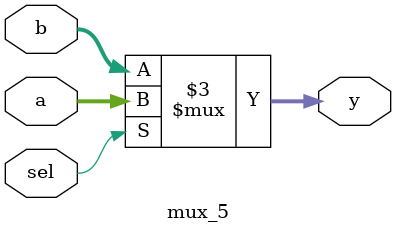
<source format=v>
`timescale 1ns / 1ps


module mux_5(
           input [4:0] a, b,
	       input  wire sel,
	       output reg [4:0] y  
	       );

   always @(a, b, sel)
     begin
	if (sel)
	  y = a;
	else
	  y = b;
     end
endmodule

</source>
